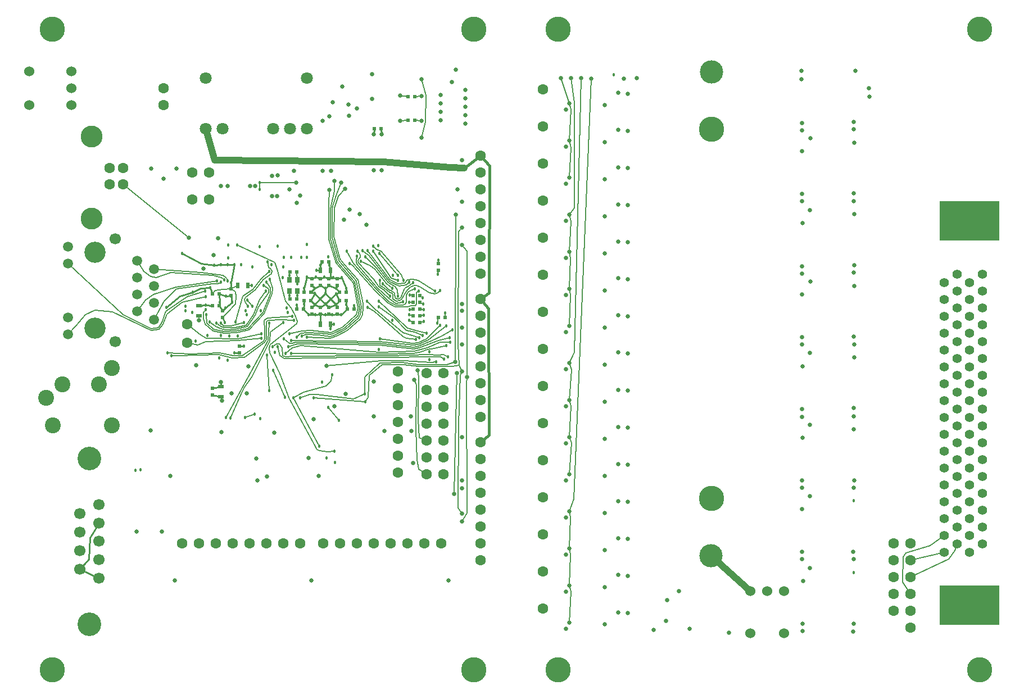
<source format=gbl>
G04 (created by PCBNEW-RS274X (2010-03-14)-final) date Mon 31 Jan 2011 05:12:30 PM EST*
G01*
G70*
G90*
%MOIN*%
G04 Gerber Fmt 3.4, Leading zero omitted, Abs format*
%FSLAX34Y34*%
G04 APERTURE LIST*
%ADD10C,0.001000*%
%ADD11R,0.023600X0.019700*%
%ADD12R,0.019700X0.023600*%
%ADD13R,0.035400X0.023600*%
%ADD14R,0.023600X0.035400*%
%ADD15C,0.063000*%
%ADD16C,0.149600*%
%ADD17C,0.137800*%
%ADD18C,0.150000*%
%ADD19R,0.031500X0.035400*%
%ADD20C,0.140000*%
%ADD21C,0.066900*%
%ADD22C,0.070900*%
%ADD23C,0.129900*%
%ADD24C,0.060000*%
%ADD25C,0.055000*%
%ADD26R,0.354300X0.236200*%
%ADD27C,0.126000*%
%ADD28C,0.059100*%
%ADD29C,0.094500*%
%ADD30C,0.025000*%
%ADD31C,0.018000*%
%ADD32C,0.005000*%
%ADD33C,0.010000*%
%ADD34C,0.008000*%
%ADD35C,0.040000*%
%ADD36C,0.015000*%
G04 APERTURE END LIST*
G54D10*
G54D11*
X00500Y-15303D03*
X00500Y-15697D03*
X02100Y-13197D03*
X02100Y-12803D03*
G54D12*
X12103Y02000D03*
X12497Y02000D03*
X10497Y00100D03*
X10103Y00100D03*
G54D11*
X06900Y-09197D03*
X06900Y-08803D03*
G54D12*
X06347Y-09600D03*
X05953Y-09600D03*
X07003Y-07800D03*
X07397Y-07800D03*
G54D11*
X01600Y-09797D03*
X01600Y-09403D03*
X01100Y-10703D03*
X01100Y-11097D03*
G54D12*
X00897Y-09700D03*
X00503Y-09700D03*
X12797Y-09800D03*
X12403Y-09800D03*
X12403Y-11000D03*
X12797Y-11000D03*
X13903Y-11100D03*
X14297Y-11100D03*
X12797Y-11400D03*
X12403Y-11400D03*
G54D11*
X13900Y-08297D03*
X13900Y-07903D03*
G54D12*
X12797Y-10600D03*
X12403Y-10600D03*
X05497Y-10000D03*
X05103Y-10000D03*
X05497Y-08400D03*
X05103Y-08400D03*
X00897Y-10400D03*
X00503Y-10400D03*
G54D11*
X07400Y-09197D03*
X07400Y-08803D03*
X07900Y-09197D03*
X07900Y-08803D03*
X06400Y-09197D03*
X06400Y-08803D03*
X07900Y-10503D03*
X07900Y-10897D03*
G54D12*
X08897Y-10600D03*
X08503Y-10600D03*
X05503Y-10600D03*
X05897Y-10600D03*
G54D11*
X07400Y-10503D03*
X07400Y-10897D03*
X06900Y-10503D03*
X06900Y-10897D03*
X06400Y-10503D03*
X06400Y-10897D03*
G54D12*
X08053Y-10100D03*
X08447Y-10100D03*
X06347Y-10100D03*
X05953Y-10100D03*
X12403Y-10200D03*
X12797Y-10200D03*
X08053Y-09600D03*
X08447Y-09600D03*
G54D13*
X01000Y-15795D03*
X01000Y-15205D03*
G54D14*
X07495Y-08300D03*
X06905Y-08300D03*
X02005Y-09200D03*
X02595Y-09200D03*
G54D13*
X-00300Y-10405D03*
X-00300Y-10995D03*
G54D14*
X06905Y-11500D03*
X07495Y-11500D03*
G54D15*
X41900Y-24500D03*
X41900Y-25500D03*
X41900Y-26500D03*
X41900Y-27500D03*
X41900Y-28500D03*
X41900Y-29500D03*
X40900Y-24500D03*
X40900Y-25500D03*
X40900Y-26500D03*
X40900Y-27500D03*
X40900Y-28500D03*
G54D16*
X30100Y00068D03*
G54D17*
X30108Y03454D03*
G54D16*
X30100Y-21845D03*
G54D17*
X30084Y-25254D03*
G54D18*
X16000Y-32000D03*
X-09000Y06000D03*
X16000Y06000D03*
X-09000Y-32000D03*
G54D15*
X-02400Y02500D03*
X-02400Y01500D03*
X-00700Y-04100D03*
X00300Y-04100D03*
X-00700Y-02500D03*
X00300Y-02500D03*
X11500Y-14300D03*
X11500Y-15300D03*
X11500Y-16300D03*
X11500Y-17300D03*
X11500Y-18300D03*
X11500Y-19300D03*
X11500Y-20300D03*
X14200Y-20400D03*
X13200Y-20400D03*
X14200Y-19400D03*
X13200Y-19400D03*
X14200Y-18400D03*
X13200Y-18400D03*
X14200Y-17400D03*
X13200Y-17400D03*
X14200Y-16400D03*
X13200Y-16400D03*
X14200Y-15400D03*
X13200Y-15400D03*
X14200Y-14400D03*
X13200Y-14400D03*
X16400Y-01500D03*
X16400Y-02500D03*
X16400Y-04500D03*
X16400Y-05500D03*
X16400Y-06500D03*
X16400Y-07500D03*
X16400Y-08500D03*
X16400Y-03500D03*
X16400Y-10000D03*
X16400Y-11000D03*
X16400Y-13000D03*
X16400Y-14000D03*
X16400Y-15000D03*
X16400Y-16000D03*
X16400Y-17000D03*
X16400Y-12000D03*
X16400Y-18500D03*
X16400Y-19500D03*
X16400Y-21500D03*
X16400Y-22500D03*
X16400Y-23500D03*
X16400Y-24500D03*
X16400Y-25500D03*
X16400Y-20500D03*
G54D19*
X05054Y-09525D03*
X05054Y-08875D03*
X05546Y-08875D03*
X05546Y-09525D03*
G54D20*
X-06800Y-19480D03*
G54D21*
X-06241Y-22206D03*
X-06241Y-23297D03*
X-06241Y-24387D03*
X-06241Y-25478D03*
X-06241Y-26569D03*
X-07359Y-22752D03*
X-07359Y-23842D03*
X-07359Y-24933D03*
X-07359Y-26023D03*
G54D20*
X-06800Y-29319D03*
G54D22*
X00100Y00100D03*
X01100Y00100D03*
X04100Y00100D03*
X05100Y00100D03*
X06100Y00100D03*
X06100Y03100D03*
X00100Y03100D03*
G54D23*
X-06660Y-00359D03*
X-06660Y-05241D03*
G54D15*
X-05593Y-02237D03*
X-04806Y-02237D03*
X-04806Y-03221D03*
X-05593Y-03221D03*
G54D24*
X34400Y-27350D03*
X33400Y-27350D03*
X32400Y-27350D03*
X32400Y-29850D03*
X34400Y-29850D03*
X-07850Y01500D03*
X-07850Y02500D03*
X-07850Y03500D03*
X-10350Y03500D03*
X-10350Y01500D03*
G54D25*
X43919Y-25035D03*
X44669Y-24535D03*
X43919Y-24035D03*
X44669Y-23535D03*
X43919Y-23035D03*
X44669Y-22535D03*
X43919Y-22035D03*
X44669Y-21535D03*
X43919Y-21035D03*
X44669Y-20535D03*
X43919Y-20035D03*
X44669Y-19535D03*
X43919Y-19035D03*
X44669Y-18535D03*
X43919Y-18035D03*
X44669Y-17535D03*
X43919Y-17035D03*
X44669Y-16535D03*
X43919Y-16035D03*
X44669Y-15535D03*
X43919Y-15035D03*
X44669Y-14535D03*
X43919Y-14035D03*
X44669Y-13535D03*
X43919Y-13035D03*
X44669Y-12535D03*
X43919Y-12035D03*
X44669Y-11535D03*
X43919Y-11035D03*
X44669Y-10535D03*
X43919Y-10035D03*
X44669Y-09535D03*
X43919Y-09035D03*
X44669Y-08535D03*
X45419Y-25035D03*
X46169Y-24535D03*
X45419Y-24035D03*
X46169Y-23535D03*
X45419Y-23035D03*
X46169Y-22535D03*
X45419Y-22035D03*
X46169Y-21535D03*
X45419Y-21035D03*
X46169Y-20535D03*
X45419Y-20035D03*
X46169Y-19535D03*
X45419Y-19035D03*
X46169Y-18535D03*
X45419Y-18035D03*
X46169Y-17535D03*
X45419Y-17035D03*
X46169Y-16535D03*
X45419Y-16035D03*
X46169Y-15535D03*
X45419Y-15035D03*
X46169Y-14535D03*
X45419Y-14035D03*
X46169Y-13535D03*
X45419Y-13035D03*
X46169Y-12535D03*
X45419Y-12035D03*
X46169Y-11535D03*
X45419Y-11035D03*
X46169Y-10535D03*
X45419Y-10035D03*
X46169Y-09535D03*
X45419Y-09035D03*
X46169Y-08535D03*
G54D26*
X45419Y-28185D03*
X45419Y-05385D03*
G54D27*
X-06451Y-07251D03*
X-06451Y-11751D03*
G54D21*
X-05250Y-06448D03*
X-05250Y-12552D03*
G54D28*
X-08049Y-06891D03*
X-08049Y-12111D03*
X-08049Y-07891D03*
X-08049Y-11111D03*
X-03951Y-07751D03*
X-02951Y-08251D03*
X-03951Y-08751D03*
X-02951Y-09251D03*
X-03951Y-09751D03*
X-02951Y-10251D03*
X-03951Y-10751D03*
X-02951Y-11251D03*
G54D29*
X-09349Y-15859D03*
X-08404Y-15072D03*
X-06239Y-15072D03*
X-05451Y-14107D03*
X-05451Y-17493D03*
X-08955Y-17493D03*
G54D15*
X20117Y-26185D03*
X20117Y-21785D03*
X20117Y-23985D03*
X20117Y-15185D03*
X20117Y-17385D03*
X20117Y-19585D03*
X20117Y-12985D03*
X20117Y-06385D03*
X20117Y-04185D03*
X20117Y-08585D03*
X20117Y00215D03*
X20117Y-01985D03*
X20117Y-10785D03*
X20117Y02415D03*
X03690Y-24510D03*
X04690Y-24510D03*
X05690Y-24510D03*
X02690Y-24510D03*
X01690Y-24510D03*
X00690Y-24510D03*
X-00310Y-24510D03*
X-01310Y-24510D03*
X14083Y-24496D03*
X13083Y-24496D03*
X12083Y-24496D03*
X11083Y-24496D03*
X10083Y-24496D03*
X09083Y-24496D03*
X08083Y-24496D03*
X07083Y-24496D03*
X-01000Y-11500D03*
X-01000Y-12600D03*
X20117Y-28385D03*
G54D12*
X12103Y00600D03*
X12497Y00600D03*
G54D18*
X46000Y-32000D03*
X46000Y06000D03*
X21000Y-32000D03*
X21000Y06000D03*
G54D30*
X04044Y-03906D03*
G54D31*
X03859Y-08377D03*
X01854Y-11374D03*
X14014Y-11576D03*
X10421Y-12362D03*
X06098Y-12271D03*
G54D30*
X08357Y-03456D03*
G54D31*
X00101Y-10385D03*
X01251Y-11401D03*
X00367Y-09353D03*
X01615Y-09038D03*
X-00662Y-09598D03*
X00601Y-07989D03*
X00998Y-07986D03*
X01395Y-07986D03*
X01799Y-07986D03*
X-01300Y-07295D03*
X-02240Y-10505D03*
X04969Y-10816D03*
X02539Y-10943D03*
G54D30*
X15297Y-23200D03*
X15603Y-14641D03*
X15320Y-06792D03*
X07266Y-13964D03*
G54D31*
X13784Y-13740D03*
G54D30*
X15309Y-05761D03*
X15301Y-14316D03*
X15305Y-22738D03*
G54D31*
X09563Y-16121D03*
X06501Y-15861D03*
X04731Y-12368D03*
X14739Y-11844D03*
X05160Y-12475D03*
X14368Y-11601D03*
X03857Y-15435D03*
X03740Y-13351D03*
X04997Y-12836D03*
X14574Y-12301D03*
X02998Y-16833D03*
X02424Y-17032D03*
X04067Y-12823D03*
X14459Y-13424D03*
X05169Y-13251D03*
X14383Y-12787D03*
X04833Y-13240D03*
X14589Y-12561D03*
X04367Y-12837D03*
X14244Y-13571D03*
X04693Y-11418D03*
X01572Y-17055D03*
X03883Y-11425D03*
X01319Y-17052D03*
X02476Y-10696D03*
X04910Y-10552D03*
X03757Y-07821D03*
X02595Y-10439D03*
X05231Y-11040D03*
X-02163Y-13200D03*
X00112Y-10638D03*
X03902Y-08837D03*
X00998Y-11428D03*
X02372Y-11420D03*
X03676Y-09546D03*
X00734Y-11447D03*
X03549Y-09199D03*
X00348Y-11383D03*
X00150Y-10936D03*
X03690Y-08994D03*
X12187Y-09020D03*
X09390Y-07153D03*
X09544Y-15652D03*
G54D30*
X14922Y-05004D03*
X14912Y-13729D03*
X15010Y-14409D03*
X14840Y-21580D03*
G54D31*
X05712Y-15856D03*
X11158Y-09369D03*
X09309Y-07757D03*
X05300Y-15866D03*
X07615Y-14498D03*
X06844Y-18750D03*
X09084Y-07468D03*
X11813Y-10162D03*
X11035Y-09829D03*
X09090Y-07165D03*
G54D30*
X12674Y-14225D03*
G54D31*
X05330Y-11278D03*
X-01927Y-13379D03*
X02587Y-10085D03*
X02878Y-10435D03*
G54D30*
X12472Y-14791D03*
X24903Y03061D03*
X24585Y02224D03*
X24583Y00020D03*
X24577Y-02193D03*
X24578Y-04390D03*
X24572Y-06603D03*
X24583Y-08780D03*
X24581Y-10983D03*
X24585Y-13176D03*
X24573Y-15400D03*
X24572Y-17604D03*
X24570Y-19807D03*
X24573Y-22000D03*
X24570Y-24207D03*
X24580Y-26387D03*
X24576Y-28594D03*
X27394Y-29119D03*
X26655Y-29649D03*
X31137Y-29794D03*
X35482Y00012D03*
X35470Y-04208D03*
X35478Y-08492D03*
X35482Y-12716D03*
X35466Y-17004D03*
X35470Y-21204D03*
X35478Y-25428D03*
X35510Y-29712D03*
X35490Y-13994D03*
X35478Y-09733D03*
X35502Y-05498D03*
X35482Y-01229D03*
X35441Y03027D03*
X35522Y-26743D03*
X35485Y-22484D03*
X35499Y-18238D03*
X25121Y-28632D03*
X23781Y-29290D03*
X21472Y-29571D03*
X21472Y-27371D03*
X23781Y-27090D03*
X25121Y-26432D03*
X21472Y-25171D03*
X23781Y-24890D03*
X25121Y-24232D03*
X21472Y-22971D03*
X23781Y-22690D03*
X25121Y-22032D03*
X21472Y-20771D03*
X23781Y-20490D03*
X25121Y-19832D03*
X21472Y-18571D03*
X23781Y-18290D03*
X25121Y-17632D03*
X21472Y-16371D03*
X23781Y-16090D03*
X25121Y-15432D03*
X21472Y-14171D03*
X23781Y-13890D03*
X25121Y-13232D03*
X21472Y-11971D03*
X23781Y-11690D03*
X25121Y-11032D03*
X21472Y-09771D03*
X23781Y-09490D03*
X25121Y-08832D03*
X21472Y-07571D03*
X23781Y-07290D03*
X25121Y-06632D03*
X21472Y-05371D03*
X23781Y-05090D03*
X25121Y-04432D03*
X21472Y-03171D03*
X23781Y-02890D03*
X25121Y-02232D03*
X21472Y-00971D03*
X23781Y-00690D03*
X25121Y-00032D03*
X21472Y01229D03*
X23781Y01510D03*
X25121Y02168D03*
X25687Y03095D03*
X28795Y-29565D03*
X28167Y-27349D03*
X27484Y-27871D03*
X35470Y00423D03*
X35478Y-03773D03*
X35474Y-08073D03*
X35486Y-12281D03*
X35478Y-16549D03*
X35478Y-20756D03*
X35470Y-24988D03*
X35490Y-29256D03*
G54D31*
X24308Y03300D03*
G54D30*
X35947Y-21718D03*
X35943Y-17465D03*
X35943Y-13215D03*
X35963Y-08964D03*
X35953Y-04743D03*
X35963Y-00464D03*
X35949Y-25978D03*
X35438Y03515D03*
X21682Y-02796D03*
X21682Y-00596D03*
X21682Y01604D03*
X21170Y03105D03*
X21682Y-29196D03*
X21682Y-26996D03*
X21682Y-24796D03*
X21682Y-22596D03*
X22968Y03072D03*
X21682Y-20396D03*
X21682Y-18196D03*
X21682Y-15996D03*
X21682Y-13796D03*
X22366Y03089D03*
X21682Y-11596D03*
X21682Y-09396D03*
X21682Y-07196D03*
X21682Y-04996D03*
X21781Y03097D03*
G54D31*
X05084Y-12079D03*
G54D30*
X07447Y-03538D03*
G54D31*
X04107Y-14237D03*
X04796Y-15854D03*
X05813Y-12200D03*
G54D30*
X08149Y-03088D03*
G54D31*
X05499Y-12260D03*
G54D30*
X07747Y-03020D03*
X15511Y00898D03*
X15516Y01392D03*
X15516Y01895D03*
X14045Y02108D03*
X14040Y01610D03*
X14035Y01106D03*
X14045Y00603D03*
X12900Y02044D03*
X14705Y02848D03*
X12891Y00549D03*
X07423Y00843D03*
X07048Y00569D03*
X09069Y01303D03*
X10057Y-00250D03*
X09969Y01866D03*
X09985Y03319D03*
X11641Y02054D03*
X11641Y00553D03*
X08593Y00847D03*
X10550Y-00245D03*
X14949Y03593D03*
X15516Y00403D03*
X15512Y02396D03*
X07624Y01664D03*
X08572Y01542D03*
X08210Y02608D03*
G54D31*
X10328Y-06851D03*
X12157Y-10954D03*
X12179Y-10194D03*
X13033Y-11328D03*
X13036Y-10627D03*
X12968Y-09934D03*
X10363Y-12992D03*
X06561Y-09372D03*
X07197Y-09372D03*
X07832Y-09385D03*
X07832Y-10323D03*
X07207Y-10320D03*
X06568Y-10323D03*
X06884Y-10000D03*
X07520Y-09997D03*
X06558Y-09678D03*
X07204Y-09681D03*
X07826Y-09691D03*
X05498Y-10385D03*
X08891Y-10389D03*
X07715Y-11505D03*
X07490Y-11774D03*
X06683Y-08308D03*
X06918Y-08016D03*
G54D30*
X-03997Y-23802D03*
X-02501Y-23800D03*
G54D31*
X05078Y-08607D03*
X05522Y-09790D03*
G54D30*
X15305Y-01787D03*
X15305Y-04248D03*
X15305Y-10299D03*
X15291Y-10703D03*
X15312Y-12697D03*
X15305Y-18197D03*
X15291Y-21222D03*
G54D31*
X03318Y-06905D03*
X02878Y-08088D03*
X01498Y-12196D03*
X00943Y-10203D03*
X01299Y-09842D03*
X01663Y-10200D03*
X01287Y-10553D03*
X-00696Y-10792D03*
X02828Y-09194D03*
X01810Y-13193D03*
X00895Y-13497D03*
X00196Y-12175D03*
X-00480Y-12488D03*
G54D30*
X-00454Y-13942D03*
X00999Y-14924D03*
X-03153Y-17802D03*
X02644Y-13996D03*
X02547Y-15603D03*
X10694Y-17833D03*
X10058Y-16964D03*
X12283Y-16980D03*
G54D31*
X07362Y-07489D03*
X13366Y-13591D03*
X-01095Y-10703D03*
G54D30*
X09653Y-05600D03*
X09236Y-04974D03*
X08295Y-05317D03*
G54D31*
X01437Y-07575D03*
G54D30*
X03047Y-03319D03*
X00994Y-03308D03*
X02728Y-03309D03*
X01412Y-03296D03*
X04380Y-02680D03*
X04038Y-02709D03*
X04346Y-03900D03*
X05345Y-02396D03*
X07047Y-02396D03*
X07552Y-02390D03*
X10068Y-02355D03*
X05087Y-03496D03*
X05712Y-03878D03*
X00568Y-07401D03*
X03183Y-20779D03*
X06198Y-19448D03*
X03090Y-19466D03*
X14496Y-26691D03*
X06373Y-26691D03*
X-01733Y-26699D03*
X39452Y02502D03*
X39469Y01991D03*
G54D31*
X13880Y-08547D03*
X13829Y-11436D03*
X07770Y-19697D03*
X-03776Y-20134D03*
G54D30*
X38546Y00506D03*
X38539Y-03753D03*
X38567Y-07998D03*
X38525Y-12251D03*
X38559Y-20765D03*
X38503Y-25003D03*
X38531Y-29262D03*
X38552Y-16486D03*
X07745Y-16385D03*
X01050Y-17895D03*
G54D31*
X03342Y-17119D03*
G54D30*
X04154Y-17949D03*
X06488Y-17130D03*
G54D31*
X04189Y-13169D03*
X06097Y-07532D03*
X04362Y-06855D03*
G54D30*
X-02402Y-02858D03*
X-01639Y-02286D03*
X-03145Y-02276D03*
X-01994Y-20491D03*
X00829Y-06400D03*
X-00042Y-08202D03*
G54D31*
X04676Y-08741D03*
X04018Y-07959D03*
X38548Y-26230D03*
X38537Y-21979D03*
G54D30*
X38547Y-17733D03*
X38568Y-13480D03*
X38568Y-09238D03*
X38578Y-04978D03*
X38578Y-00729D03*
X38645Y03513D03*
X05501Y-04289D03*
X-00300Y-11279D03*
G54D31*
X09672Y-10147D03*
X12768Y-12296D03*
X10366Y-10485D03*
X12973Y-12183D03*
X09698Y-10490D03*
X12563Y-12421D03*
X10369Y-10148D03*
X13215Y-12038D03*
X12501Y-09388D03*
X08454Y-07162D03*
X01000Y-08994D03*
X11498Y-09843D03*
X09568Y-07504D03*
X01403Y-08944D03*
X05071Y-09790D03*
X01188Y-08860D03*
X00771Y-08931D03*
X05549Y-09121D03*
X03407Y-12059D03*
X00062Y-09551D03*
X01968Y-06794D03*
X07739Y-19041D03*
X03303Y-03518D03*
X03300Y-03098D03*
G54D30*
X05475Y-03116D03*
G54D31*
X09711Y-07153D03*
X13702Y-09532D03*
X10428Y-08906D03*
X13997Y-09507D03*
X12727Y-09535D03*
X08643Y-07911D03*
X12420Y-09053D03*
X10616Y-09103D03*
X11821Y-08904D03*
X10031Y-06855D03*
X11509Y-08911D03*
X10033Y-07166D03*
X11503Y-08594D03*
X10395Y-07320D03*
G54D30*
X-00907Y-06384D03*
X08651Y-04705D03*
G54D31*
X00090Y-09880D03*
X07385Y-16426D03*
X07999Y-17215D03*
X03407Y-12322D03*
G54D30*
X12906Y03034D03*
X12906Y-00444D03*
G54D31*
X06650Y-08717D03*
X07153Y-08719D03*
X07656Y-08723D03*
X08184Y-08724D03*
X06099Y-08720D03*
X08436Y-09385D03*
X05949Y-09371D03*
X07438Y-08009D03*
X-01101Y-10431D03*
X11194Y-08609D03*
X12159Y-11257D03*
X12205Y-10622D03*
X12192Y-09779D03*
X13035Y-10961D03*
X13003Y-10292D03*
X11166Y-11258D03*
X06195Y-10942D03*
X06601Y-10939D03*
X07192Y-10928D03*
X07596Y-10945D03*
X08150Y-10928D03*
X05948Y-10320D03*
X08450Y-10323D03*
X03361Y-10690D03*
X02003Y-12197D03*
X02378Y-12809D03*
G54D30*
X01056Y-16045D03*
X01652Y-15599D03*
G54D31*
X07003Y-14950D03*
G54D30*
X10064Y-14904D03*
X08390Y-15646D03*
X12292Y-17833D03*
X12409Y-19741D03*
G54D31*
X13371Y-13152D03*
X02208Y-07983D03*
X01429Y-06793D03*
G54D30*
X10532Y-02361D03*
X03740Y-20523D03*
X06819Y-20494D03*
G54D31*
X13904Y-07692D03*
X14299Y-10842D03*
X01003Y-12179D03*
X01412Y-13634D03*
X07279Y-19428D03*
X-04051Y-20158D03*
G54D30*
X15053Y-03499D03*
X15300Y-11719D03*
X15306Y-20776D03*
G54D31*
X04688Y-08114D03*
X04727Y-07545D03*
X05154Y-07546D03*
X05774Y-07546D03*
X06098Y-06771D03*
G54D30*
X38546Y00046D03*
X38539Y-04206D03*
X38553Y-08451D03*
X38560Y-12718D03*
X38544Y-16963D03*
X38552Y-21218D03*
X38531Y-25449D03*
X38517Y-29722D03*
G54D32*
X01854Y-11374D02*
X02308Y-09841D01*
X02308Y-09841D02*
X02917Y-09422D01*
X02917Y-09422D02*
X03357Y-08829D01*
X03859Y-08377D02*
X03357Y-08829D01*
X14014Y-11576D02*
X13213Y-12369D01*
X13213Y-12369D02*
X12690Y-12592D01*
X12690Y-12592D02*
X12374Y-12634D01*
X12374Y-12634D02*
X10656Y-12402D01*
X10421Y-12362D02*
X10656Y-12402D01*
X06098Y-12271D02*
X07501Y-12343D01*
X07501Y-12343D02*
X07949Y-12173D01*
X07949Y-12173D02*
X08511Y-11862D01*
X08511Y-11862D02*
X09259Y-11194D01*
X09259Y-11194D02*
X09392Y-10937D01*
X09392Y-10937D02*
X09437Y-10525D01*
X09437Y-10525D02*
X09421Y-10282D01*
X09421Y-10282D02*
X09136Y-08877D01*
X09136Y-08877D02*
X08341Y-07973D01*
X08341Y-07973D02*
X08070Y-07634D01*
X08070Y-07634D02*
X07713Y-06320D01*
X07713Y-06320D02*
X07723Y-04618D01*
X07723Y-04618D02*
X07955Y-03896D01*
X07955Y-03896D02*
X08357Y-03456D01*
G54D33*
X00503Y-10400D02*
X00101Y-10385D01*
X-00300Y-10405D02*
X00101Y-10385D01*
X00367Y-09353D02*
X00503Y-09700D01*
X01600Y-09403D02*
X01615Y-09038D01*
X01100Y-11097D02*
X01251Y-11401D01*
G54D34*
X01600Y-09403D02*
X02005Y-09200D01*
X00503Y-09700D02*
X00564Y-09700D01*
X00503Y-09700D02*
X00678Y-09507D01*
X00678Y-09507D02*
X01093Y-09434D01*
X01093Y-09434D02*
X01600Y-09403D01*
X01100Y-11097D02*
X01380Y-10854D01*
X01380Y-10854D02*
X01866Y-10291D01*
X01866Y-10291D02*
X01920Y-09855D01*
X01920Y-09855D02*
X01864Y-09563D01*
X01864Y-09563D02*
X01600Y-09403D01*
G54D33*
X01615Y-09038D02*
X01799Y-07986D01*
X01799Y-07986D02*
X01395Y-07986D01*
X01395Y-07986D02*
X00998Y-07986D01*
X00998Y-07986D02*
X00601Y-07989D01*
X-01300Y-07295D02*
X-00161Y-07916D01*
X-00161Y-07916D02*
X00601Y-07989D01*
X00367Y-09353D02*
X-00181Y-09358D01*
X-00181Y-09358D02*
X-00662Y-09598D01*
X-00662Y-09598D02*
X-01418Y-09833D01*
X-01418Y-09833D02*
X-02240Y-10505D01*
G54D34*
X15297Y-23200D02*
X15590Y-22696D01*
X15603Y-14641D02*
X15580Y-15087D01*
X15580Y-15087D02*
X15590Y-22696D01*
X15603Y-14641D02*
X15607Y-14168D01*
X15607Y-14168D02*
X15590Y-07157D01*
X15320Y-06792D02*
X15590Y-07157D01*
G54D32*
X07266Y-13964D02*
X10507Y-13685D01*
X10507Y-13685D02*
X11884Y-13686D01*
X11884Y-13686D02*
X13465Y-13763D01*
X13784Y-13740D02*
X13465Y-13763D01*
G54D34*
X15305Y-22738D02*
X15054Y-22414D01*
X15054Y-22414D02*
X15096Y-17429D01*
X15301Y-14316D02*
X15214Y-14554D01*
X15301Y-14316D02*
X15144Y-13944D01*
X15144Y-13944D02*
X15058Y-12707D01*
X15091Y-06021D02*
X15309Y-05761D01*
G54D32*
X09563Y-16121D02*
X09735Y-15839D01*
X09735Y-15839D02*
X09795Y-14551D01*
X09795Y-14551D02*
X10569Y-13893D01*
X10569Y-13893D02*
X11824Y-13911D01*
X12744Y-14001D02*
X14752Y-14013D01*
X14752Y-14013D02*
X15144Y-13944D01*
G54D34*
X15096Y-17429D02*
X15214Y-14554D01*
X15058Y-12707D02*
X15091Y-06021D01*
G54D32*
X09563Y-16121D02*
X06501Y-15861D01*
X11824Y-13911D02*
X12744Y-14001D01*
X04731Y-12368D02*
X05071Y-12640D01*
X05071Y-12640D02*
X05234Y-12649D01*
X05234Y-12649D02*
X05436Y-12579D01*
X05436Y-12579D02*
X10392Y-12632D01*
X12435Y-12855D02*
X10392Y-12632D01*
X12435Y-12855D02*
X12743Y-12805D01*
X14115Y-12189D02*
X14739Y-11844D01*
X12743Y-12805D02*
X13548Y-12479D01*
X13548Y-12479D02*
X14115Y-12189D01*
X05160Y-12475D02*
X10408Y-12532D01*
X10408Y-12532D02*
X12402Y-12749D01*
X12402Y-12749D02*
X12718Y-12707D01*
X13301Y-12445D02*
X14368Y-11601D01*
X12718Y-12707D02*
X13301Y-12445D01*
X03740Y-13351D02*
X03857Y-15435D01*
X04997Y-12836D02*
X05522Y-12682D01*
X05522Y-12682D02*
X10417Y-12736D01*
X10417Y-12736D02*
X12452Y-12959D01*
X12452Y-12959D02*
X12760Y-12914D01*
X13911Y-12465D02*
X14574Y-12301D01*
X12760Y-12914D02*
X13911Y-12465D01*
X02424Y-17032D02*
X02998Y-16833D01*
X04067Y-12823D02*
X04312Y-12663D01*
X04475Y-12660D02*
X04642Y-12891D01*
X04642Y-12891D02*
X04675Y-13359D01*
X04675Y-13359D02*
X04838Y-13441D01*
X04838Y-13441D02*
X05298Y-13409D01*
X05298Y-13409D02*
X10178Y-13364D01*
X10178Y-13364D02*
X10960Y-13365D01*
X10960Y-13365D02*
X13319Y-13319D01*
X13319Y-13319D02*
X13920Y-13326D01*
X13920Y-13326D02*
X14195Y-13294D01*
X14459Y-13424D02*
X14195Y-13294D01*
X04312Y-12663D02*
X04475Y-12660D01*
X05169Y-13251D02*
X10557Y-13264D01*
X10557Y-13264D02*
X12446Y-13234D01*
X12446Y-13234D02*
X12897Y-13122D01*
X13222Y-13001D02*
X12897Y-13122D01*
X13668Y-12953D02*
X14383Y-12787D01*
X13222Y-13001D02*
X13668Y-12953D01*
X04833Y-13240D02*
X05230Y-12906D01*
X05230Y-12906D02*
X05748Y-12786D01*
X05748Y-12786D02*
X10415Y-13162D01*
X12477Y-13119D02*
X10415Y-13162D01*
X14589Y-12561D02*
X13997Y-12561D01*
X13231Y-12892D02*
X12477Y-13119D01*
X13231Y-12892D02*
X13997Y-12561D01*
X04367Y-12837D02*
X04514Y-13369D01*
X04514Y-13369D02*
X04776Y-13554D01*
X04776Y-13554D02*
X08854Y-13477D01*
X08854Y-13477D02*
X10963Y-13466D01*
X10963Y-13466D02*
X13340Y-13424D01*
X13340Y-13424D02*
X14041Y-13432D01*
X14041Y-13432D02*
X14244Y-13571D01*
X04693Y-11418D02*
X03945Y-11966D01*
X03945Y-11966D02*
X03908Y-12499D01*
X03908Y-12499D02*
X02835Y-14650D01*
X02835Y-14650D02*
X02419Y-15227D01*
X02419Y-15227D02*
X02226Y-15586D01*
X01572Y-17055D02*
X02226Y-15586D01*
X03883Y-11425D02*
X03808Y-12466D01*
X03808Y-12466D02*
X02401Y-15047D01*
X02401Y-15047D02*
X01319Y-17052D01*
X02595Y-10439D02*
X02437Y-10172D01*
X02437Y-10172D02*
X02409Y-10043D01*
X02409Y-10043D02*
X02457Y-09902D01*
X02457Y-09902D02*
X03026Y-09478D01*
X03026Y-09478D02*
X03494Y-08869D01*
X04009Y-08492D02*
X03494Y-08869D01*
X04035Y-08329D02*
X04009Y-08492D01*
X04035Y-08329D02*
X03930Y-08188D01*
X03830Y-08150D02*
X03757Y-07821D01*
X03930Y-08188D02*
X03830Y-08150D01*
X05231Y-11040D02*
X03776Y-11138D01*
X03776Y-11138D02*
X03585Y-11287D01*
X03585Y-11287D02*
X03588Y-11868D01*
X03588Y-11868D02*
X03610Y-12380D01*
X03610Y-12380D02*
X03539Y-12500D01*
X03539Y-12500D02*
X02262Y-13374D01*
X02262Y-13374D02*
X01736Y-13386D01*
X01736Y-13386D02*
X00937Y-13219D01*
X00937Y-13219D02*
X-00831Y-13256D01*
X-00831Y-13256D02*
X-02163Y-13200D01*
X-00029Y-10811D02*
X00112Y-10638D01*
X-00029Y-10811D02*
X-00027Y-11155D01*
X-00027Y-11155D02*
X00073Y-11499D01*
X00073Y-11499D02*
X00528Y-11903D01*
X00528Y-11903D02*
X01212Y-12030D01*
X01212Y-12030D02*
X01925Y-12003D01*
X01925Y-12003D02*
X02667Y-11849D01*
X02667Y-11849D02*
X03582Y-10863D01*
X03582Y-10863D02*
X04041Y-09712D01*
X04041Y-09712D02*
X04057Y-09369D01*
X04057Y-09369D02*
X03902Y-08837D01*
X00998Y-11428D02*
X01171Y-11594D01*
X01171Y-11594D02*
X01614Y-11603D01*
X01614Y-11603D02*
X02372Y-11420D01*
X00734Y-11447D02*
X00993Y-11653D01*
X00993Y-11653D02*
X01210Y-11711D01*
X01210Y-11711D02*
X01836Y-11700D01*
X01836Y-11700D02*
X02496Y-11564D01*
X02496Y-11564D02*
X02942Y-10939D01*
X02942Y-10939D02*
X03297Y-10043D01*
X03297Y-10043D02*
X03676Y-09546D01*
X00348Y-11383D02*
X00711Y-11649D01*
X00711Y-11649D02*
X01003Y-11781D01*
X01003Y-11781D02*
X01255Y-11822D01*
X01255Y-11822D02*
X01878Y-11799D01*
X01878Y-11799D02*
X02569Y-11652D01*
X02569Y-11652D02*
X03052Y-10957D01*
X03052Y-10957D02*
X03236Y-10471D01*
X03236Y-10471D02*
X03841Y-09628D01*
X03841Y-09628D02*
X03842Y-09405D01*
X03842Y-09405D02*
X03549Y-09199D01*
X03690Y-08994D02*
X03930Y-09337D01*
X03930Y-09337D02*
X03953Y-09441D01*
X03953Y-09441D02*
X03938Y-09698D01*
X03938Y-09698D02*
X03492Y-10811D01*
X03492Y-10811D02*
X02611Y-11758D01*
X02611Y-11758D02*
X01865Y-11905D01*
X01865Y-11905D02*
X01199Y-11925D01*
X01199Y-11925D02*
X00561Y-11798D01*
X00561Y-11798D02*
X00160Y-11437D01*
X00160Y-11437D02*
X00150Y-10936D01*
X09616Y-07289D02*
X09769Y-07393D01*
X09769Y-07393D02*
X11002Y-08970D01*
X11002Y-08970D02*
X11559Y-09233D01*
X12187Y-09020D02*
X11992Y-09187D01*
X09616Y-07289D02*
X09390Y-07153D01*
X11992Y-09187D02*
X11559Y-09233D01*
X09537Y-14653D02*
X09544Y-15652D01*
X09537Y-14653D02*
X10441Y-13792D01*
X14912Y-13729D02*
X14420Y-13908D01*
X14912Y-13729D02*
X14922Y-05004D01*
X15010Y-14409D02*
X14840Y-21580D01*
X09544Y-15652D02*
X08873Y-15938D01*
X08873Y-15938D02*
X06719Y-15687D01*
X06719Y-15687D02*
X06254Y-15687D01*
X06254Y-15687D02*
X05712Y-15856D01*
X10441Y-13792D02*
X11738Y-13787D01*
X12751Y-13901D02*
X11738Y-13787D01*
X14420Y-13908D02*
X12751Y-13901D01*
X09309Y-07757D02*
X09887Y-08023D01*
X09887Y-08023D02*
X10138Y-08226D01*
X10849Y-09118D02*
X11158Y-09369D01*
X10138Y-08226D02*
X10849Y-09118D01*
X05300Y-15866D02*
X05906Y-15532D01*
X05906Y-15532D02*
X07237Y-15173D01*
X07237Y-15173D02*
X07542Y-14883D01*
X07542Y-14883D02*
X07615Y-14498D01*
X05300Y-15866D02*
X06844Y-18750D01*
X09084Y-07468D02*
X09032Y-07760D01*
X09032Y-07760D02*
X09069Y-07945D01*
X09069Y-07945D02*
X10285Y-09349D01*
X11365Y-10257D02*
X10958Y-09985D01*
X11365Y-10257D02*
X11601Y-10237D01*
X11601Y-10237D02*
X11813Y-10162D01*
X10285Y-09349D02*
X10958Y-09985D01*
X11035Y-09829D02*
X10667Y-09476D01*
X09158Y-07878D02*
X09139Y-07731D01*
X09139Y-07731D02*
X09199Y-07599D01*
X09199Y-07599D02*
X09255Y-07549D01*
X09255Y-07549D02*
X09265Y-07391D01*
X09265Y-07391D02*
X09215Y-07276D01*
X09215Y-07276D02*
X09090Y-07165D01*
X10062Y-08846D02*
X09158Y-07878D01*
X10206Y-09033D02*
X10062Y-08846D01*
X10667Y-09476D02*
X10357Y-09278D01*
X10357Y-09278D02*
X10206Y-09033D01*
G54D34*
X12674Y-14225D02*
X12745Y-14636D01*
X12745Y-14636D02*
X12719Y-17167D01*
X12719Y-17167D02*
X12759Y-18226D01*
X12759Y-18226D02*
X13200Y-18400D01*
G54D32*
X05330Y-11278D02*
X04586Y-11247D01*
X04586Y-11247D02*
X03829Y-11260D01*
X03829Y-11260D02*
X03706Y-11348D01*
X03706Y-11348D02*
X03712Y-12405D01*
X03712Y-12405D02*
X03617Y-12582D01*
X02420Y-13471D02*
X03617Y-12582D01*
X02420Y-13471D02*
X01684Y-13493D01*
X01684Y-13493D02*
X00885Y-13321D01*
X00885Y-13321D02*
X-01558Y-13372D01*
X-01558Y-13372D02*
X-01927Y-13379D01*
X02878Y-10435D02*
X02587Y-10085D01*
G54D34*
X12472Y-14791D02*
X12610Y-15104D01*
X12610Y-15104D02*
X12581Y-17729D01*
X12581Y-17729D02*
X12621Y-19538D01*
X12621Y-19538D02*
X12725Y-20106D01*
X12725Y-20106D02*
X13200Y-20400D01*
X21682Y01604D02*
X21772Y01245D01*
X21772Y01245D02*
X21682Y-00596D01*
X21682Y-00596D02*
X21765Y-01034D01*
X21765Y-01034D02*
X21682Y-02796D01*
X21682Y01604D02*
X21170Y03105D01*
X22968Y03072D02*
X21945Y-21874D01*
X21945Y-21874D02*
X21682Y-22596D01*
X21682Y-22596D02*
X21753Y-22979D01*
X21753Y-22979D02*
X21682Y-24796D01*
X21682Y-24796D02*
X21744Y-25162D01*
X21744Y-25162D02*
X21682Y-26996D01*
X21682Y-26996D02*
X21761Y-27371D01*
X21761Y-27371D02*
X21682Y-29196D01*
X22366Y03089D02*
X21968Y-13185D01*
X21968Y-13185D02*
X21682Y-13796D01*
X21682Y-13796D02*
X21792Y-14197D01*
X21792Y-14197D02*
X21682Y-15996D01*
X21682Y-15996D02*
X21767Y-16372D01*
X21767Y-16372D02*
X21682Y-18196D01*
X21682Y-18196D02*
X21792Y-18547D01*
X21792Y-18547D02*
X21682Y-20396D01*
X21682Y-04996D02*
X21768Y-05415D01*
X21768Y-05415D02*
X21682Y-07196D01*
X21682Y-07196D02*
X21752Y-07598D01*
X21752Y-07598D02*
X21682Y-09396D01*
X21682Y-09396D02*
X21748Y-09776D01*
X21748Y-09776D02*
X21682Y-11596D01*
X21781Y03097D02*
X21979Y01625D01*
X21979Y01625D02*
X21962Y-04590D01*
X21962Y-04590D02*
X21682Y-04996D01*
G54D32*
X05084Y-12079D02*
X05813Y-11914D01*
X05813Y-11914D02*
X06323Y-11879D01*
X06323Y-11879D02*
X07526Y-11988D01*
X07526Y-11988D02*
X08241Y-11660D01*
X08241Y-11660D02*
X09048Y-10938D01*
X09048Y-10938D02*
X09128Y-10551D01*
X09128Y-10551D02*
X08862Y-09058D01*
X08862Y-09058D02*
X07821Y-07864D01*
X07821Y-07864D02*
X07410Y-06476D01*
X07410Y-06476D02*
X07410Y-04391D01*
X07410Y-04391D02*
X07447Y-03538D01*
X04107Y-14237D02*
X04796Y-15854D01*
X05813Y-12200D02*
X06083Y-12100D01*
X06083Y-12100D02*
X06813Y-12154D01*
X06813Y-12154D02*
X07474Y-12227D01*
X07474Y-12227D02*
X07704Y-12159D01*
X07704Y-12159D02*
X08408Y-11803D01*
X08408Y-11803D02*
X09172Y-11137D01*
X09172Y-11137D02*
X09280Y-10935D01*
X09280Y-10935D02*
X09336Y-10519D01*
X09336Y-10519D02*
X09046Y-08940D01*
X09046Y-08940D02*
X07990Y-07722D01*
X07990Y-07722D02*
X07612Y-06385D01*
X07612Y-06385D02*
X07618Y-04606D01*
X07618Y-04606D02*
X07825Y-03882D01*
X07825Y-03882D02*
X08149Y-03088D01*
X05499Y-12260D02*
X05733Y-12037D01*
X05733Y-12037D02*
X06133Y-11993D01*
X06133Y-11993D02*
X06894Y-12050D01*
X06894Y-12050D02*
X07497Y-12101D01*
X07497Y-12101D02*
X07647Y-12061D01*
X07647Y-12061D02*
X08342Y-11723D01*
X08342Y-11723D02*
X09132Y-10998D01*
X09132Y-10998D02*
X09182Y-10872D01*
X09182Y-10872D02*
X09234Y-10523D01*
X09234Y-10523D02*
X08953Y-08994D01*
X08953Y-08994D02*
X07905Y-07793D01*
X07905Y-07793D02*
X07511Y-06425D01*
X07511Y-06425D02*
X07511Y-04626D01*
X07511Y-04626D02*
X07733Y-03596D01*
X07733Y-03596D02*
X07747Y-03020D01*
G54D34*
X12497Y02000D02*
X12900Y02044D01*
X12497Y00600D02*
X12891Y00549D01*
G54D33*
X10057Y-00250D02*
X10103Y00100D01*
G54D34*
X12103Y02000D02*
X11641Y02054D01*
X12103Y00600D02*
X11641Y00553D01*
G54D33*
X10550Y-00245D02*
X10497Y00100D01*
G54D32*
X12968Y-09934D02*
X12797Y-09800D01*
X12179Y-10194D02*
X12403Y-10200D01*
X13036Y-10627D02*
X12797Y-10600D01*
X12157Y-10954D02*
X12403Y-11000D01*
X13033Y-11328D02*
X12797Y-11400D01*
G54D33*
X06400Y-09197D02*
X06561Y-09372D01*
X06561Y-09372D02*
X06900Y-09197D01*
X06900Y-09197D02*
X07197Y-09372D01*
X07197Y-09372D02*
X07400Y-09197D01*
X07400Y-09197D02*
X07832Y-09385D01*
X07832Y-09385D02*
X07900Y-09197D01*
X07832Y-09385D02*
X08053Y-09600D01*
X07826Y-09691D02*
X08053Y-09600D01*
X06558Y-09678D02*
X06347Y-09600D01*
X06347Y-09600D02*
X06561Y-09372D01*
X06347Y-10100D02*
X06568Y-10323D01*
X06400Y-10503D02*
X06568Y-10323D01*
X06568Y-10323D02*
X06900Y-10503D01*
X06900Y-10503D02*
X07207Y-10320D01*
X07207Y-10320D02*
X07400Y-10503D01*
X07400Y-10503D02*
X07832Y-10323D01*
X07832Y-10323D02*
X07900Y-10503D01*
X07832Y-10323D02*
X08053Y-10100D01*
X08053Y-10100D02*
X07826Y-09691D01*
X06347Y-10100D02*
X06558Y-09678D01*
X06568Y-10323D02*
X06884Y-10000D01*
X06884Y-10000D02*
X07204Y-09681D01*
X07204Y-09681D02*
X07520Y-09997D01*
X07207Y-10320D02*
X07520Y-09997D01*
X07204Y-09681D02*
X07197Y-09372D01*
X07520Y-09997D02*
X07832Y-10323D01*
X07520Y-09997D02*
X07826Y-09691D01*
X06884Y-10000D02*
X06558Y-09678D01*
X07207Y-10320D02*
X06884Y-10000D01*
X05503Y-10600D02*
X05498Y-10385D01*
X08897Y-10600D02*
X08891Y-10389D01*
X07495Y-11500D02*
X07715Y-11505D01*
X07495Y-11500D02*
X07490Y-11774D01*
X06905Y-08300D02*
X06683Y-08308D01*
X06905Y-08300D02*
X06918Y-08016D01*
X07003Y-07800D02*
X06918Y-08016D01*
G54D32*
X05054Y-08875D02*
X05078Y-08607D01*
X05103Y-08400D02*
X05078Y-08607D01*
X05546Y-09525D02*
X05522Y-09790D01*
X05497Y-10000D02*
X05522Y-09790D01*
G54D34*
X05103Y-08400D02*
X05078Y-08607D01*
X05060Y-08803D02*
X05078Y-08607D01*
X05546Y-09525D02*
X05522Y-09790D01*
X05497Y-10000D02*
X05522Y-09790D01*
G54D33*
X00897Y-09700D02*
X00943Y-10203D01*
X00897Y-09700D02*
X01299Y-09842D01*
X01299Y-09842D02*
X01600Y-09797D01*
X01600Y-09797D02*
X01663Y-10200D01*
X01663Y-10200D02*
X01287Y-10553D01*
X01287Y-10553D02*
X01100Y-10703D01*
X01100Y-10703D02*
X00897Y-10400D01*
X00897Y-10400D02*
X00943Y-10203D01*
G54D34*
X02595Y-09200D02*
X02828Y-09194D01*
G54D33*
X01810Y-13193D02*
X02100Y-13197D01*
X01000Y-15205D02*
X00999Y-14924D01*
X00500Y-15303D02*
X01000Y-15205D01*
G54D32*
X13900Y-08297D02*
X13880Y-08547D01*
X13829Y-11436D02*
X13903Y-11100D01*
G54D34*
X-00300Y-10995D02*
X-00300Y-11279D01*
G54D32*
X12768Y-12296D02*
X11806Y-12019D01*
X10133Y-10599D02*
X09672Y-10147D01*
X11806Y-12019D02*
X10133Y-10599D01*
X12492Y-11957D02*
X12019Y-11862D01*
X12019Y-11862D02*
X11291Y-11134D01*
X11291Y-11134D02*
X10366Y-10485D01*
X12492Y-11957D02*
X12973Y-12183D01*
X12563Y-12421D02*
X12020Y-12339D01*
X11815Y-12223D02*
X10119Y-10740D01*
X10119Y-10740D02*
X09698Y-10490D01*
X12020Y-12339D02*
X11815Y-12223D01*
X10369Y-10148D02*
X11365Y-11064D01*
X11365Y-11064D02*
X12080Y-11730D01*
X12080Y-11730D02*
X12669Y-11888D01*
X13215Y-12038D02*
X12669Y-11888D01*
X12501Y-09388D02*
X12273Y-09488D01*
X12273Y-09488D02*
X12135Y-09561D01*
X12135Y-09561D02*
X12044Y-09692D01*
X12011Y-09814D02*
X12044Y-09692D01*
X12013Y-10205D02*
X11933Y-10314D01*
X11805Y-10375D02*
X11357Y-10367D01*
X11357Y-10367D02*
X10978Y-10171D01*
X10978Y-10171D02*
X10206Y-09412D01*
X08454Y-07162D02*
X08868Y-07891D01*
X12013Y-10205D02*
X12011Y-09814D01*
X11933Y-10314D02*
X11805Y-10375D01*
X10206Y-09412D02*
X08868Y-07891D01*
X-02951Y-11251D02*
X-02352Y-10124D01*
X-02352Y-10124D02*
X-01644Y-09405D01*
X-01644Y-09405D02*
X00492Y-09094D01*
X00492Y-09094D02*
X00784Y-09097D01*
X00784Y-09097D02*
X00938Y-09067D01*
X00938Y-09067D02*
X01000Y-08994D01*
X09568Y-07504D02*
X10207Y-08143D01*
X10936Y-09050D02*
X11350Y-09273D01*
X11350Y-09273D02*
X11474Y-09462D01*
X11498Y-09843D02*
X11474Y-09462D01*
X10207Y-08143D02*
X10936Y-09050D01*
X01403Y-08944D02*
X01326Y-08759D01*
X01326Y-08759D02*
X01121Y-08588D01*
X01121Y-08588D02*
X-00155Y-08433D01*
X-00155Y-08433D02*
X-02951Y-08251D01*
X05103Y-10000D02*
X05071Y-09790D01*
X05071Y-09790D02*
X05054Y-09525D01*
G54D34*
X05103Y-10000D02*
X05071Y-09790D01*
X05054Y-09525D02*
X05071Y-09790D01*
G54D32*
X-03157Y-08686D02*
X-03566Y-08359D01*
X-03157Y-08686D02*
X-02827Y-08727D01*
X-02827Y-08727D02*
X-01957Y-08423D01*
X00529Y-08618D02*
X01053Y-08732D01*
X01053Y-08732D02*
X01188Y-08860D01*
X-01957Y-08423D02*
X00529Y-08618D01*
X-03566Y-08359D02*
X-03951Y-07751D01*
X00771Y-08931D02*
X-01661Y-09301D01*
X-02994Y-09744D02*
X-03458Y-10067D01*
X-03458Y-10067D02*
X-03951Y-10751D01*
X-01661Y-09301D02*
X-02994Y-09744D01*
X05546Y-08875D02*
X05549Y-09121D01*
X05497Y-08400D02*
X05546Y-08875D01*
G54D34*
X05546Y-08875D02*
X05549Y-09121D01*
G54D32*
X03407Y-12059D02*
X02023Y-12372D01*
X02023Y-12372D02*
X00149Y-12340D01*
X00149Y-12340D02*
X-00180Y-12142D01*
X-00180Y-12142D02*
X-01000Y-11500D01*
X00062Y-09551D02*
X-00996Y-09873D01*
X-00996Y-09873D02*
X-02265Y-10743D01*
X-02265Y-10743D02*
X-02488Y-11405D01*
X-02488Y-11405D02*
X-02704Y-11705D01*
X-02704Y-11705D02*
X-03115Y-11774D01*
X-03115Y-11774D02*
X-04788Y-10931D01*
X-04788Y-10931D02*
X-08049Y-07891D01*
X01968Y-06794D02*
X04195Y-07845D01*
X04195Y-07845D02*
X04359Y-08338D01*
X04359Y-08338D02*
X04824Y-10144D01*
X04824Y-10144D02*
X05163Y-10551D01*
X05163Y-10551D02*
X05395Y-10962D01*
X05395Y-10962D02*
X05536Y-11345D01*
X05536Y-11345D02*
X05502Y-11480D01*
X05502Y-11480D02*
X03948Y-12696D01*
X03948Y-12696D02*
X03894Y-12786D01*
X03894Y-12786D02*
X03875Y-12933D01*
X03875Y-12933D02*
X03917Y-13204D01*
X03917Y-13204D02*
X04498Y-14454D01*
X04498Y-14454D02*
X05047Y-15870D01*
X05047Y-15870D02*
X06717Y-18927D01*
X06717Y-18927D02*
X06838Y-19008D01*
X06838Y-19008D02*
X07343Y-19073D01*
X07343Y-19073D02*
X07739Y-19041D01*
X03303Y-03518D02*
X03300Y-03098D01*
X03300Y-03098D02*
X05475Y-03116D01*
X09711Y-07153D02*
X11053Y-08872D01*
X11053Y-08872D02*
X11520Y-09101D01*
X11520Y-09101D02*
X11909Y-09061D01*
X12695Y-08899D02*
X13702Y-09532D01*
X12058Y-08867D02*
X12373Y-08832D01*
X11909Y-09061D02*
X12058Y-08867D01*
X12373Y-08832D02*
X12695Y-08899D01*
X10428Y-08906D02*
X10447Y-09205D01*
X10673Y-09350D02*
X11021Y-09641D01*
X11108Y-09646D02*
X11021Y-09641D01*
X11210Y-09718D02*
X11108Y-09646D01*
X11214Y-10003D02*
X11210Y-09718D01*
X11214Y-10003D02*
X11418Y-10136D01*
X11601Y-10109D02*
X11418Y-10136D01*
X11601Y-10109D02*
X11749Y-10003D01*
X11749Y-10003D02*
X11868Y-09778D01*
X11868Y-09778D02*
X12038Y-09498D01*
X12038Y-09498D02*
X12227Y-09314D01*
X12469Y-09212D02*
X12615Y-09216D01*
X12615Y-09216D02*
X12837Y-09289D01*
X12837Y-09289D02*
X13373Y-09646D01*
X13373Y-09646D02*
X13708Y-09717D01*
X13708Y-09717D02*
X13877Y-09632D01*
X13997Y-09507D02*
X13877Y-09632D01*
X12227Y-09314D02*
X12469Y-09212D01*
X10447Y-09205D02*
X10673Y-09350D01*
X10916Y-10252D02*
X10135Y-09492D01*
X11325Y-10467D02*
X10916Y-10252D01*
X11325Y-10467D02*
X11824Y-10482D01*
X12054Y-10458D02*
X11824Y-10482D01*
X12054Y-10458D02*
X12309Y-10400D01*
X12547Y-10393D02*
X12309Y-10400D01*
X12547Y-10393D02*
X12616Y-10306D01*
X12616Y-10306D02*
X12607Y-09680D01*
X12607Y-09680D02*
X12649Y-09587D01*
X12727Y-09535D02*
X12649Y-09587D01*
X10135Y-09492D02*
X08815Y-07988D01*
X08815Y-07988D02*
X08643Y-07911D01*
X12420Y-09053D02*
X12214Y-09207D01*
X12214Y-09207D02*
X11895Y-09380D01*
X11895Y-09380D02*
X11673Y-09931D01*
X11673Y-09931D02*
X11604Y-09974D01*
X11604Y-09974D02*
X11548Y-10008D01*
X11548Y-10008D02*
X11481Y-10015D01*
X11481Y-10015D02*
X11379Y-09981D01*
X11379Y-09981D02*
X11349Y-09920D01*
X11349Y-09920D02*
X11323Y-09862D01*
X11323Y-09862D02*
X11313Y-09761D01*
X11313Y-09761D02*
X11307Y-09638D01*
X11307Y-09638D02*
X11183Y-09558D01*
X11183Y-09558D02*
X11163Y-09545D01*
X11163Y-09545D02*
X11066Y-09512D01*
X11066Y-09512D02*
X10972Y-09464D01*
X10972Y-09464D02*
X10616Y-09103D01*
X10031Y-06855D02*
X10231Y-07060D01*
X10231Y-07060D02*
X10501Y-07161D01*
X10501Y-07161D02*
X11703Y-08574D01*
X11703Y-08574D02*
X11821Y-08904D01*
X11509Y-08911D02*
X11096Y-08762D01*
X11096Y-08762D02*
X10033Y-07166D01*
X11503Y-08594D02*
X10395Y-07320D01*
G54D34*
X-04806Y-03221D02*
X-00907Y-06384D01*
G54D33*
X-06241Y-23297D02*
X-06771Y-24164D01*
X-06771Y-24164D02*
X-06829Y-25430D01*
X-06829Y-25430D02*
X-07359Y-26023D01*
X-06241Y-26569D02*
X-07359Y-26023D01*
G54D32*
X00090Y-09880D02*
X-01298Y-10202D01*
X-01298Y-10202D02*
X-02211Y-10898D01*
X-02211Y-10898D02*
X-02414Y-11499D01*
X-02414Y-11499D02*
X-02655Y-11806D01*
X-02655Y-11806D02*
X-03135Y-11880D01*
X-03135Y-11880D02*
X-05430Y-10778D01*
X-05430Y-10778D02*
X-06461Y-10687D01*
X-06461Y-10687D02*
X-07026Y-10938D01*
X-07026Y-10938D02*
X-07612Y-11621D01*
X-07612Y-11621D02*
X-08049Y-12111D01*
X07999Y-17215D02*
X07385Y-16426D01*
X03407Y-12322D02*
X02020Y-12476D01*
X02020Y-12476D02*
X00101Y-12534D01*
X00101Y-12534D02*
X-00369Y-12723D01*
X-00369Y-12723D02*
X-01000Y-12600D01*
G54D35*
X30084Y-25254D02*
X32400Y-27350D01*
G54D32*
X41900Y-26500D02*
X44156Y-25425D01*
X44156Y-25425D02*
X44548Y-24953D01*
X44548Y-24953D02*
X44669Y-24535D01*
X41900Y-27500D02*
X41446Y-26810D01*
X41446Y-26810D02*
X41476Y-25295D01*
X41476Y-25295D02*
X41647Y-25074D01*
X41647Y-25074D02*
X43062Y-24622D01*
X43062Y-24622D02*
X43919Y-24035D01*
G54D34*
X12906Y03034D02*
X13170Y02069D01*
X13170Y02069D02*
X13153Y00512D01*
X13153Y00512D02*
X12906Y-00444D01*
G54D33*
X08447Y-09600D02*
X08436Y-09385D01*
X05953Y-09600D02*
X05949Y-09371D01*
X06099Y-08720D02*
X06400Y-08803D01*
X06400Y-08803D02*
X06650Y-08717D01*
X06650Y-08717D02*
X06900Y-08803D01*
X06900Y-08803D02*
X07153Y-08719D01*
X07153Y-08719D02*
X07400Y-08803D01*
X07400Y-08803D02*
X07656Y-08723D01*
X07656Y-08723D02*
X07900Y-08803D01*
X07900Y-08803D02*
X08184Y-08724D01*
X05949Y-09371D02*
X06099Y-08720D01*
X08184Y-08724D02*
X08436Y-09385D01*
X07495Y-08300D02*
X07496Y-08702D01*
X07496Y-08702D02*
X07656Y-08723D01*
X07397Y-07800D02*
X07438Y-08009D01*
X07438Y-08009D02*
X07495Y-08300D01*
G54D32*
X12159Y-11257D02*
X12403Y-11400D01*
X13035Y-10961D02*
X12797Y-11000D01*
X12205Y-10622D02*
X12403Y-10600D01*
X13003Y-10292D02*
X12797Y-10200D01*
X12192Y-09779D02*
X12403Y-09800D01*
G54D33*
X05948Y-10320D02*
X05953Y-10100D01*
X05948Y-10320D02*
X05897Y-10600D01*
X06195Y-10942D02*
X06400Y-10897D01*
X06400Y-10897D02*
X06601Y-10939D01*
X06601Y-10939D02*
X06900Y-10897D01*
X06900Y-10897D02*
X07192Y-10928D01*
X07192Y-10928D02*
X07400Y-10897D01*
X07400Y-10897D02*
X07596Y-10945D01*
X07596Y-10945D02*
X07900Y-10897D01*
X07900Y-10897D02*
X08150Y-10928D01*
X05897Y-10600D02*
X06195Y-10942D01*
X08150Y-10928D02*
X08503Y-10600D01*
X08450Y-10323D02*
X08503Y-10600D01*
X08450Y-10323D02*
X08447Y-10100D01*
X06905Y-11500D02*
X06900Y-10897D01*
X02100Y-12803D02*
X02378Y-12809D01*
X01000Y-15795D02*
X01056Y-16045D01*
X00500Y-15697D02*
X01000Y-15795D01*
G54D32*
X13900Y-07903D02*
X13904Y-07692D01*
X14297Y-11100D02*
X14299Y-10842D01*
G54D36*
X16931Y-02110D02*
X16400Y-01500D01*
X16931Y-02110D02*
X16914Y-09626D01*
X16914Y-09626D02*
X16400Y-10000D01*
X16882Y-10574D02*
X16400Y-10000D01*
X16882Y-10574D02*
X16916Y-18087D01*
X16916Y-18087D02*
X16400Y-18500D01*
G54D35*
X00100Y00100D02*
X00623Y-01764D01*
X00623Y-01764D02*
X07258Y-01850D01*
X07258Y-01850D02*
X10653Y-01865D01*
X14591Y-02221D02*
X15435Y-02242D01*
G54D36*
X15435Y-02242D02*
X16400Y-01500D01*
G54D35*
X10653Y-01865D02*
X14591Y-02221D01*
G54D32*
X41900Y-25500D02*
X43919Y-25035D01*
M02*

</source>
